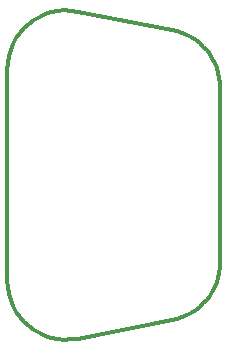
<source format=gbr>
%TF.GenerationSoftware,KiCad,Pcbnew,7.0.10*%
%TF.CreationDate,2024-02-02T13:19:37-05:00*%
%TF.ProjectId,quad_radio_adapter,71756164-5f72-4616-9469-6f5f61646170,rev?*%
%TF.SameCoordinates,Original*%
%TF.FileFunction,Profile,NP*%
%FSLAX46Y46*%
G04 Gerber Fmt 4.6, Leading zero omitted, Abs format (unit mm)*
G04 Created by KiCad (PCBNEW 7.0.10) date 2024-02-02 13:19:37*
%MOMM*%
%LPD*%
G01*
G04 APERTURE LIST*
%ADD10C,0.350000*%
%TA.AperFunction,Profile*%
%ADD11C,0.350000*%
%TD*%
G04 APERTURE END LIST*
D10*
X90500000Y-108934133D02*
X90532960Y-109514016D01*
X90629255Y-110072409D01*
X90785003Y-110606113D01*
X90996324Y-111111931D01*
X91259338Y-111586662D01*
X91570163Y-112027109D01*
X91924920Y-112430072D01*
X92319728Y-112792354D01*
X92750705Y-113110754D01*
X93213973Y-113382076D01*
X93705649Y-113603119D01*
X94221854Y-113770685D01*
X94758707Y-113881576D01*
X95312327Y-113932593D01*
X95878834Y-113920537D01*
X96454348Y-113842210D01*
X108500000Y-92621422D02*
X108480377Y-92176890D01*
X108422527Y-91742080D01*
X108327979Y-91318844D01*
X108198259Y-90909036D01*
X108034896Y-90514509D01*
X107839416Y-90137117D01*
X107613349Y-89778713D01*
X107358221Y-89441150D01*
X107075560Y-89126282D01*
X106766894Y-88835962D01*
X106433751Y-88572044D01*
X106077659Y-88336380D01*
X105700144Y-88130825D01*
X105302736Y-87957232D01*
X104886961Y-87817454D01*
X104454348Y-87713345D01*
D11*
X96454348Y-113842210D02*
X104454348Y-112286654D01*
X90500000Y-91065867D02*
X90500000Y-108934133D01*
X108500000Y-107378578D02*
X108500000Y-92621422D01*
X104454348Y-87713345D02*
X96454348Y-86157790D01*
D10*
X96454348Y-86157790D02*
X95878834Y-86079462D01*
X95312327Y-86067406D01*
X94758707Y-86118423D01*
X94221854Y-86229314D01*
X93705649Y-86396880D01*
X93213973Y-86617923D01*
X92750705Y-86889245D01*
X92319728Y-87207645D01*
X91924920Y-87569927D01*
X91570163Y-87972890D01*
X91259338Y-88413337D01*
X90996324Y-88888068D01*
X90785003Y-89393886D01*
X90629255Y-89927590D01*
X90532960Y-90485983D01*
X90500000Y-91065867D01*
X104454348Y-112286654D02*
X104886961Y-112182544D01*
X105302736Y-112042766D01*
X105700144Y-111869173D01*
X106077659Y-111663618D01*
X106433751Y-111427955D01*
X106766894Y-111164037D01*
X107075560Y-110873717D01*
X107358221Y-110558849D01*
X107613349Y-110221286D01*
X107839416Y-109862882D01*
X108034896Y-109485490D01*
X108198259Y-109090963D01*
X108327979Y-108681155D01*
X108422527Y-108257919D01*
X108480377Y-107823109D01*
X108500000Y-107378578D01*
M02*

</source>
